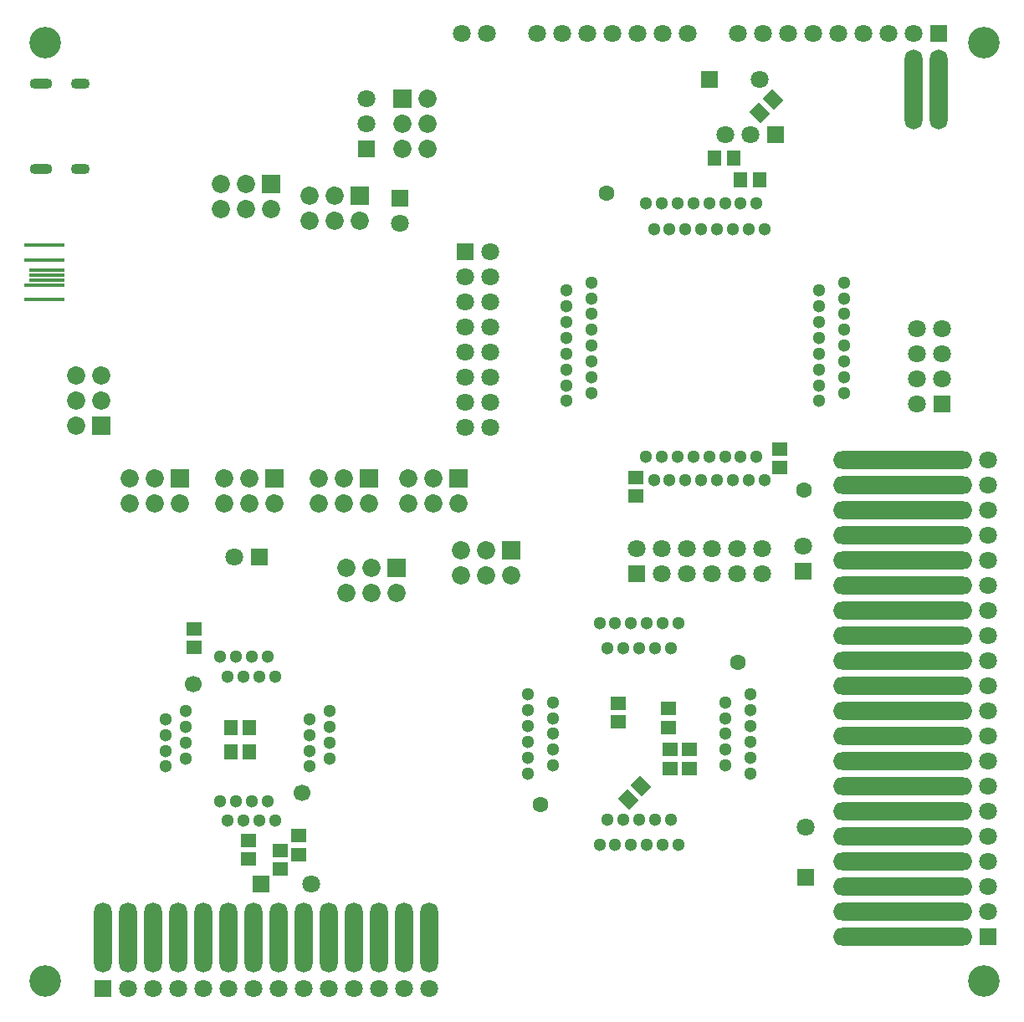
<source format=gbr>
G04 DipTrace 4.2.0.0*
G04 Bottom Mask.gbr*
%MOMM*%
G04 #@! TF.FileFunction,Soldermask,Bot*
G04 #@! TF.Part,Single*
%AMOUTLINE7*
4,1,4,
0.07074,-1.06066,
-1.06066,0.07069,
-0.07074,1.06066,
1.06066,-0.07069,
0.07074,-1.06066,
0*%
%ADD59C,3.2*%
%ADD60C,1.6*%
%ADD61C,1.7*%
%ADD88O,2.3X1.1*%
%ADD90O,1.9X1.1*%
%ADD96C,1.85*%
%ADD98R,1.85X1.85*%
%ADD100R,4.1X0.35*%
%ADD102R,3.6X0.35*%
%ADD104O,1.8X7.1*%
%ADD106O,1.8X8.1*%
%ADD108R,1.6706X1.6706*%
%ADD110O,14.1X1.8*%
%ADD112C,1.3*%
%ADD114C,1.8*%
%ADD116R,1.8X1.8*%
%ADD119R,1.4X1.6*%
%ADD121R,1.6X1.4*%
%ADD133OUTLINE7*%
%FSLAX35Y35*%
G04*
G71*
G90*
G75*
G01*
G04 BotMask*
%LPD*%
D121*
X7049797Y3871400D3*
Y4061400D3*
X7559915Y4006347D3*
X7559918Y3816347D3*
D119*
X3129710Y3810683D3*
X3319710D3*
D121*
X7571053Y3399923D3*
Y3589923D3*
D119*
X3129710Y3565817D3*
X3319710D3*
D121*
X7766353Y3399923D3*
Y3589923D3*
X3309710Y2483253D3*
Y2673253D3*
X7226047Y6345030D3*
X7226053Y6155030D3*
X8680932Y6632743D3*
X8680935Y6442743D3*
D119*
X8286777Y9356841D3*
X8476777Y9356845D3*
D121*
X3631228Y2568937D3*
X3631232Y2378937D3*
X3817080Y2529930D3*
Y2719930D3*
D119*
X8216013Y9578053D3*
X8026013Y9578047D3*
D133*
X8483670Y10034173D3*
X8618017Y10168527D3*
D59*
X10750000Y10750000D3*
Y1250000D3*
X1250000Y10750000D3*
Y1250000D3*
D116*
X7235000Y5373000D3*
D114*
Y5627000D3*
X7489000Y5373000D3*
Y5627000D3*
X7743000Y5373000D3*
Y5627000D3*
X7997000Y5373000D3*
Y5627000D3*
X8251000Y5373000D3*
Y5627000D3*
X8505000Y5373000D3*
Y5627000D3*
D112*
X6135000Y3350000D3*
X6389000Y3430000D3*
X6135000Y3510000D3*
X6389000Y3590000D3*
X6135000Y3670000D3*
X6389000Y3750000D3*
X6135000Y3830000D3*
X6389000Y3910000D3*
X6135000Y3990000D3*
X6389000Y4070000D3*
X6135000Y4150000D3*
X8131000Y3430000D3*
Y3590000D3*
Y3750000D3*
Y3910000D3*
Y4070000D3*
X8385000Y3350000D3*
Y3510000D3*
Y3670000D3*
Y3830000D3*
Y3990000D3*
Y4150000D3*
X7660000Y2625000D3*
X7580000Y2879000D3*
X7500000Y2625000D3*
X7420000Y2879000D3*
X7340000Y2625000D3*
X7260000Y2879000D3*
X7180000Y2625000D3*
X7100000Y2879000D3*
X7020000Y2625000D3*
X6940000Y2879000D3*
X6860000Y2625000D3*
X7580000Y4621000D3*
X7420000D3*
X7260000D3*
X7100000D3*
X6940000D3*
X7660000Y4875000D3*
X7500000D3*
X7340000D3*
X7180000D3*
X7020000D3*
X6860000D3*
D60*
X6260000Y3030000D3*
X8260000Y4470000D3*
D112*
X9081000Y7120000D3*
X9335000Y7200000D3*
X9081000Y7280000D3*
X9335000Y7360000D3*
X9081000Y7440000D3*
X9335000Y7520000D3*
X9081000Y7600000D3*
X9335000Y7680000D3*
X9081000Y7760000D3*
X9335000Y7840000D3*
X9081000Y7920000D3*
X9335000Y8000000D3*
X9081000Y8080000D3*
X9335000Y8160000D3*
X9081000Y8240000D3*
X9335000Y8320000D3*
X6525000Y7120000D3*
X6779000Y7200000D3*
Y7360000D3*
Y7520000D3*
Y7680000D3*
Y7840000D3*
Y8000000D3*
Y8160000D3*
Y8320000D3*
X6525000Y7280000D3*
Y7440000D3*
Y7600000D3*
Y7760000D3*
Y7920000D3*
Y8080000D3*
Y8240000D3*
X7330000Y9125000D3*
X7490000D3*
X7650000D3*
X7810000D3*
X7970000D3*
X8130000D3*
X8290000D3*
X8450000D3*
X7410000Y8857000D3*
X7570000D3*
X7730000D3*
X7890000D3*
X8050000D3*
X8210000D3*
X8370000D3*
X8530000D3*
X8450000Y6555000D3*
X7330000D3*
X7490000D3*
X7650000D3*
X7810000D3*
X7970000D3*
X8130000D3*
X8290000D3*
X8530000Y6315000D3*
X7410000D3*
X7570000D3*
X7730000D3*
X7890000D3*
X8050000D3*
X8210000D3*
X8370000D3*
D60*
X8930000Y6220000D3*
X6930000Y9220000D3*
D116*
X5503000Y8629000D3*
D114*
X5757000D3*
X5503000Y8375000D3*
X5757000D3*
X5503000Y8121000D3*
X5757000D3*
X5503000Y7867000D3*
X5757000D3*
X5503000Y7613000D3*
X5757000D3*
X5503000Y7359000D3*
X5757000D3*
X5503000Y7105000D3*
X5757000D3*
X5503000Y6851000D3*
X5757000D3*
D112*
X2470000Y3420000D3*
Y3580000D3*
Y3740000D3*
Y3900000D3*
X2670000Y3500000D3*
Y3660000D3*
Y3820000D3*
Y3980000D3*
X4130000Y3500000D3*
Y3660000D3*
Y3820000D3*
Y3980000D3*
X3930000Y3420000D3*
Y3580000D3*
Y3740000D3*
Y3900000D3*
X3580000Y2870000D3*
X3420000D3*
X3260000D3*
X3100000D3*
X3500000Y3070000D3*
X3340000D3*
X3180000D3*
X3020000D3*
X3580000Y4330000D3*
X3420000D3*
X3260000D3*
X3100000D3*
X3500000Y4530000D3*
X3340000D3*
X3180000D3*
X3020000D3*
D61*
X2750000Y4250000D3*
X3850000Y3150000D3*
D116*
X10327000Y7089000D3*
D114*
X10073000D3*
X10327000Y7343000D3*
X10073000D3*
X10327000Y7597000D3*
X10073000D3*
X10327000Y7851000D3*
X10073000D3*
D116*
X8644000Y9820000D3*
D114*
X8390000D3*
X8136000D3*
D116*
X3417000Y5540000D3*
D114*
X3163000D3*
X10540000Y1697000D3*
Y1951000D3*
Y2205000D3*
Y2459000D3*
Y2713000D3*
Y2967000D3*
Y3221000D3*
Y3475000D3*
Y3729000D3*
Y3983000D3*
Y4237000D3*
Y4491000D3*
Y4745000D3*
Y4999000D3*
Y5253000D3*
Y5507000D3*
Y5761000D3*
Y6015000D3*
Y6269000D3*
Y6523000D3*
D110*
X9925000Y1697000D3*
Y1951000D3*
Y2205000D3*
Y2459000D3*
Y2713000D3*
Y2967000D3*
Y3221000D3*
Y3475000D3*
Y3729000D3*
Y3983000D3*
Y4237000D3*
Y4491000D3*
Y4745000D3*
Y4999000D3*
Y5253000D3*
Y5507000D3*
Y5761000D3*
Y6015000D3*
Y6269000D3*
Y6523000D3*
D108*
X10794000Y1697000D3*
D114*
Y1951000D3*
Y2205000D3*
Y2459000D3*
Y2713000D3*
Y2967000D3*
Y3221000D3*
Y3475000D3*
Y3729000D3*
Y4237000D3*
Y4491000D3*
Y4745000D3*
Y4999000D3*
Y5253000D3*
Y5507000D3*
Y5761000D3*
Y6269000D3*
Y6523000D3*
Y3983000D3*
Y6015000D3*
X10039000Y10590000D3*
X10293000D3*
D106*
X10039000Y10275000D3*
X10293000D3*
D108*
Y10844000D3*
D114*
X10039000D3*
X9785000D3*
X9531000D3*
X9277000D3*
X9023000D3*
X8769000D3*
X8515000D3*
X8261000D3*
X7753000D3*
X7499000D3*
X7245000D3*
X6991000D3*
X6737000D3*
X6483000D3*
X6229000D3*
X5721000D3*
X5467000D3*
X1834331Y1423098D3*
X2088331Y1423106D3*
X2342331Y1423113D3*
X2596331Y1423121D3*
X2850331Y1423128D3*
X3104331Y1423135D3*
X3358331Y1423143D3*
X3612331Y1423150D3*
X3866331Y1423158D3*
X4120331Y1423165D3*
X4374331Y1423173D3*
X4628331Y1423180D3*
X4882331Y1423188D3*
X5136331Y1423195D3*
D108*
X1834338Y1169098D3*
D114*
X2088338Y1169106D3*
X2342338Y1169113D3*
X2596338Y1169121D3*
X2850338Y1169128D3*
X3104338Y1169135D3*
D104*
X1834323Y1688098D3*
X2088323Y1688106D3*
X2342323Y1688113D3*
X2596323Y1688121D3*
X2850323Y1688128D3*
X3104323Y1688135D3*
X3358323Y1688143D3*
X3612323Y1688150D3*
X3866323Y1688158D3*
X4120323Y1688165D3*
X4374323Y1688173D3*
X4628323Y1688180D3*
X4882323Y1688188D3*
X5136323Y1688195D3*
D114*
X3358338Y1169143D3*
X3612338Y1169150D3*
X3866338Y1169158D3*
X4374338Y1169173D3*
X4628338Y1169180D3*
X4882338Y1169188D3*
X5136338Y1169195D3*
X4120338Y1169165D3*
D116*
X8920000Y5393000D3*
D114*
Y5647000D3*
D100*
X1245000Y8145000D3*
Y8295000D3*
Y8545000D3*
Y8695000D3*
D102*
X1270000Y8345000D3*
Y8395000D3*
Y8445000D3*
D98*
X5434000Y6337000D3*
D96*
X5180000D3*
X4926000D3*
Y6083000D3*
X5180000D3*
X5434000D3*
D116*
X4840000Y9172823D3*
D114*
Y8918823D3*
D98*
X4863000Y10184000D3*
D96*
Y9930000D3*
Y9676000D3*
X5117000D3*
Y9930000D3*
Y10184000D3*
D98*
X4810163Y5434117D3*
D96*
X4556163D3*
X4302163D3*
Y5180117D3*
X4556163D3*
X4810163D3*
D116*
X4500005Y9676000D3*
D114*
X4500000Y9930000D3*
X4499995Y10184000D3*
D98*
X5963557Y5608587D3*
D96*
X5709557D3*
X5455557D3*
Y5354587D3*
X5709557D3*
X5963557D3*
D98*
X4433997Y9197249D3*
D96*
X4179997Y9197243D3*
X3925997Y9197238D3*
X3926003Y8943238D3*
X4180003Y8943243D3*
X4434003Y8943249D3*
D98*
X4524000Y6337000D3*
D96*
X4270000D3*
X4016000D3*
Y6083000D3*
X4270000D3*
X4524000D3*
D98*
X3540481Y9318229D3*
D96*
X3286481Y9318223D3*
X3032481Y9318218D3*
X3032486Y9064218D3*
X3286486Y9064223D3*
X3540486Y9064229D3*
D98*
X3574000Y6337000D3*
D96*
X3320000D3*
X3066000D3*
Y6083000D3*
X3320000D3*
X3574000D3*
D90*
X1607500Y10332000D3*
Y9468000D3*
D88*
X1207500Y10332000D3*
Y9468000D3*
D98*
X2614000Y6337000D3*
D96*
X2360000D3*
X2106000D3*
Y6083000D3*
X2360000D3*
X2614000D3*
D98*
X1816028Y6870346D3*
D96*
X1816023Y7124346D3*
X1816019Y7378346D3*
X1562019Y7378341D3*
X1562023Y7124341D3*
X1562028Y6870341D3*
D121*
X2759597Y4622600D3*
Y4812600D3*
D133*
X7148085Y3087535D3*
X7282435Y3221885D3*
D116*
X3430733Y2230163D3*
D114*
X3938733D3*
D116*
X8942753Y2297653D3*
D114*
Y2805653D3*
D116*
X7971747Y10370979D3*
D114*
X8479747Y10370994D3*
M02*

</source>
